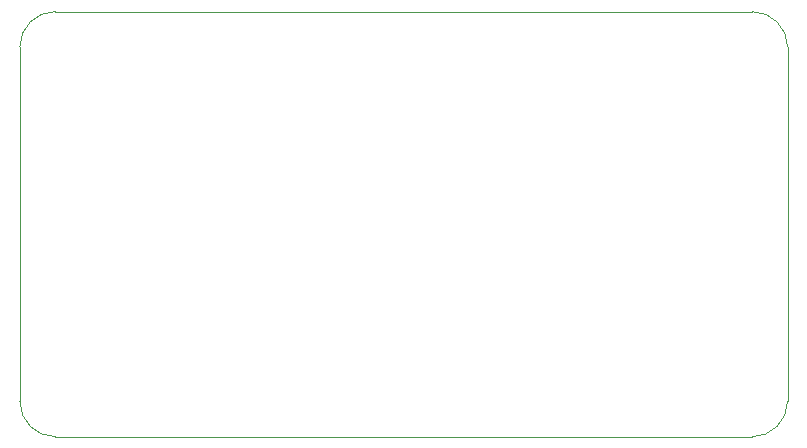
<source format=gm1>
G04 #@! TF.GenerationSoftware,KiCad,Pcbnew,(5.1.5-0)*
G04 #@! TF.CreationDate,2020-04-28T00:47:03+02:00*
G04 #@! TF.ProjectId,ecg_ads1292_main,6563675f-6164-4733-9132-39325f6d6169,rev?*
G04 #@! TF.SameCoordinates,Original*
G04 #@! TF.FileFunction,Profile,NP*
%FSLAX46Y46*%
G04 Gerber Fmt 4.6, Leading zero omitted, Abs format (unit mm)*
G04 Created by KiCad (PCBNEW (5.1.5-0)) date 2020-04-28 00:47:03*
%MOMM*%
%LPD*%
G04 APERTURE LIST*
%ADD10C,0.100000*%
G04 APERTURE END LIST*
D10*
X203000000Y-130000000D02*
G75*
G02X200000000Y-127000000I0J3000000D01*
G01*
X265000000Y-127000000D02*
G75*
G02X262000000Y-130000000I-3000000J0D01*
G01*
X203000000Y-130000000D02*
X262000000Y-130000000D01*
X265000000Y-97000000D02*
G75*
G03X262000000Y-94000000I-3000000J0D01*
G01*
X203000000Y-94000000D02*
G75*
G03X200000000Y-97000000I0J-3000000D01*
G01*
X262000000Y-94000000D02*
X203000000Y-94000000D01*
X265000000Y-127000000D02*
X265000000Y-97000000D01*
X200000000Y-97000000D02*
X200000000Y-127000000D01*
M02*

</source>
